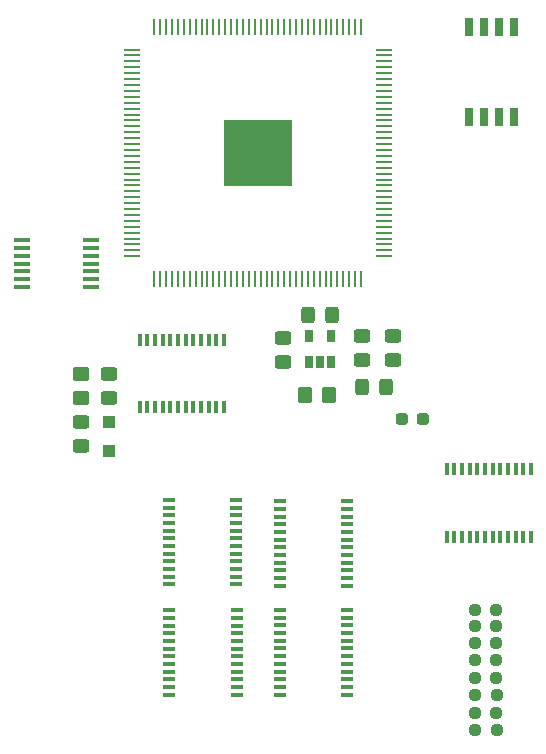
<source format=gtp>
G04 #@! TF.GenerationSoftware,KiCad,Pcbnew,7.0.1*
G04 #@! TF.CreationDate,2023-06-11T21:02:18+01:00*
G04 #@! TF.ProjectId,ElectronULA,456c6563-7472-46f6-9e55-4c412e6b6963,rev?*
G04 #@! TF.SameCoordinates,Original*
G04 #@! TF.FileFunction,Paste,Top*
G04 #@! TF.FilePolarity,Positive*
%FSLAX46Y46*%
G04 Gerber Fmt 4.6, Leading zero omitted, Abs format (unit mm)*
G04 Created by KiCad (PCBNEW 7.0.1) date 2023-06-11 21:02:18*
%MOMM*%
%LPD*%
G01*
G04 APERTURE LIST*
G04 Aperture macros list*
%AMRoundRect*
0 Rectangle with rounded corners*
0 $1 Rounding radius*
0 $2 $3 $4 $5 $6 $7 $8 $9 X,Y pos of 4 corners*
0 Add a 4 corners polygon primitive as box body*
4,1,4,$2,$3,$4,$5,$6,$7,$8,$9,$2,$3,0*
0 Add four circle primitives for the rounded corners*
1,1,$1+$1,$2,$3*
1,1,$1+$1,$4,$5*
1,1,$1+$1,$6,$7*
1,1,$1+$1,$8,$9*
0 Add four rect primitives between the rounded corners*
20,1,$1+$1,$2,$3,$4,$5,0*
20,1,$1+$1,$4,$5,$6,$7,0*
20,1,$1+$1,$6,$7,$8,$9,0*
20,1,$1+$1,$8,$9,$2,$3,0*%
G04 Aperture macros list end*
%ADD10C,0.010000*%
%ADD11R,1.100000X0.400000*%
%ADD12R,0.400000X1.100000*%
%ADD13R,0.650000X1.060000*%
%ADD14RoundRect,0.249999X0.325001X0.450001X-0.325001X0.450001X-0.325001X-0.450001X0.325001X-0.450001X0*%
%ADD15RoundRect,0.249999X0.450001X-0.325001X0.450001X0.325001X-0.450001X0.325001X-0.450001X-0.325001X0*%
%ADD16RoundRect,0.249999X-0.450001X0.325001X-0.450001X-0.325001X0.450001X-0.325001X0.450001X0.325001X0*%
%ADD17R,1.000000X1.000000*%
%ADD18R,1.470000X0.280000*%
%ADD19R,0.280000X1.470000*%
%ADD20RoundRect,0.249999X-0.325001X-0.450001X0.325001X-0.450001X0.325001X0.450001X-0.325001X0.450001X0*%
%ADD21RoundRect,0.237500X0.287500X0.237500X-0.287500X0.237500X-0.287500X-0.237500X0.287500X-0.237500X0*%
%ADD22R,0.760000X1.600000*%
%ADD23R,1.450000X0.450000*%
%ADD24RoundRect,0.237500X-0.250000X-0.237500X0.250000X-0.237500X0.250000X0.237500X-0.250000X0.237500X0*%
%ADD25RoundRect,0.250000X-0.350000X-0.450000X0.350000X-0.450000X0.350000X0.450000X-0.350000X0.450000X0*%
%ADD26RoundRect,0.250000X-0.450000X0.350000X-0.450000X-0.350000X0.450000X-0.350000X0.450000X0.350000X0*%
G04 APERTURE END LIST*
D10*
X156957200Y-73373670D02*
X151314470Y-73373670D01*
X151314470Y-67871000D01*
X156957200Y-67871000D01*
X156957200Y-73373670D01*
G36*
X156957200Y-73373670D02*
G01*
X151314470Y-73373670D01*
X151314470Y-67871000D01*
X156957200Y-67871000D01*
X156957200Y-73373670D01*
G37*
D11*
X152367100Y-116503400D03*
X152367100Y-115853400D03*
X152367100Y-115203400D03*
X152367100Y-114553400D03*
X152367100Y-113903400D03*
X152367100Y-113253400D03*
X152367100Y-112603400D03*
X152367100Y-111953400D03*
X152367100Y-111303400D03*
X152367100Y-110653400D03*
X152367100Y-110003400D03*
X152367100Y-109353400D03*
X146667100Y-109353400D03*
X146667100Y-110003400D03*
X146667100Y-110653400D03*
X146667100Y-111303400D03*
X146667100Y-111953400D03*
X146667100Y-112603400D03*
X146667100Y-113253400D03*
X146667100Y-113903400D03*
X146667100Y-114553400D03*
X146667100Y-115203400D03*
X146667100Y-115853400D03*
X146667100Y-116503400D03*
X156027000Y-109328000D03*
X156027000Y-109978000D03*
X156027000Y-110628000D03*
X156027000Y-111278000D03*
X156027000Y-111928000D03*
X156027000Y-112578000D03*
X156027000Y-113228000D03*
X156027000Y-113878000D03*
X156027000Y-114528000D03*
X156027000Y-115178000D03*
X156027000Y-115828000D03*
X156027000Y-116478000D03*
X161727000Y-116478000D03*
X161727000Y-115828000D03*
X161727000Y-115178000D03*
X161727000Y-114528000D03*
X161727000Y-113878000D03*
X161727000Y-113228000D03*
X161727000Y-112578000D03*
X161727000Y-111928000D03*
X161727000Y-111278000D03*
X161727000Y-110628000D03*
X161727000Y-109978000D03*
X161727000Y-109328000D03*
X152341700Y-107156200D03*
X152341700Y-106506200D03*
X152341700Y-105856200D03*
X152341700Y-105206200D03*
X152341700Y-104556200D03*
X152341700Y-103906200D03*
X152341700Y-103256200D03*
X152341700Y-102606200D03*
X152341700Y-101956200D03*
X152341700Y-101306200D03*
X152341700Y-100656200D03*
X152341700Y-100006200D03*
X146641700Y-100006200D03*
X146641700Y-100656200D03*
X146641700Y-101306200D03*
X146641700Y-101956200D03*
X146641700Y-102606200D03*
X146641700Y-103256200D03*
X146641700Y-103906200D03*
X146641700Y-104556200D03*
X146641700Y-105206200D03*
X146641700Y-105856200D03*
X146641700Y-106506200D03*
X146641700Y-107156200D03*
X156027000Y-100107800D03*
X156027000Y-100757800D03*
X156027000Y-101407800D03*
X156027000Y-102057800D03*
X156027000Y-102707800D03*
X156027000Y-103357800D03*
X156027000Y-104007800D03*
X156027000Y-104657800D03*
X156027000Y-105307800D03*
X156027000Y-105957800D03*
X156027000Y-106607800D03*
X156027000Y-107257800D03*
X161727000Y-107257800D03*
X161727000Y-106607800D03*
X161727000Y-105957800D03*
X161727000Y-105307800D03*
X161727000Y-104657800D03*
X161727000Y-104007800D03*
X161727000Y-103357800D03*
X161727000Y-102707800D03*
X161727000Y-102057800D03*
X161727000Y-101407800D03*
X161727000Y-100757800D03*
X161727000Y-100107800D03*
D12*
X144148860Y-92141160D03*
X144798860Y-92141160D03*
X145448860Y-92141160D03*
X146098860Y-92141160D03*
X146748860Y-92141160D03*
X147398860Y-92141160D03*
X148048860Y-92141160D03*
X148698860Y-92141160D03*
X149348860Y-92141160D03*
X149998860Y-92141160D03*
X150648860Y-92141160D03*
X151298860Y-92141160D03*
X151298860Y-86441160D03*
X150648860Y-86441160D03*
X149998860Y-86441160D03*
X149348860Y-86441160D03*
X148698860Y-86441160D03*
X148048860Y-86441160D03*
X147398860Y-86441160D03*
X146748860Y-86441160D03*
X146098860Y-86441160D03*
X145448860Y-86441160D03*
X144798860Y-86441160D03*
X144148860Y-86441160D03*
D13*
X158477200Y-88291000D03*
X159427200Y-88291000D03*
X160377200Y-88291000D03*
X160377200Y-86091000D03*
X158477200Y-86091000D03*
D14*
X165007200Y-90401000D03*
X162957200Y-90401000D03*
D15*
X165557200Y-88176000D03*
X165557200Y-86126000D03*
D16*
X141576920Y-89351720D03*
X141576920Y-91401720D03*
D15*
X156297200Y-88321000D03*
X156297200Y-86271000D03*
D17*
X141576920Y-95891720D03*
X141576920Y-93391720D03*
D16*
X139187200Y-93426000D03*
X139187200Y-95476000D03*
X162957200Y-86131000D03*
X162957200Y-88181000D03*
D18*
X143467200Y-61871000D03*
X143467200Y-62371000D03*
X143467200Y-62871000D03*
X143467200Y-63371000D03*
X143467200Y-63871000D03*
X143467200Y-64371000D03*
X143467200Y-64871000D03*
X143467200Y-65371000D03*
X143467200Y-65871000D03*
X143467200Y-66371000D03*
X143467200Y-66871000D03*
X143467200Y-67371000D03*
X143467200Y-67871000D03*
X143467200Y-68371000D03*
X143467200Y-68871000D03*
X143467200Y-69371000D03*
X143467200Y-69871000D03*
X143467200Y-70371000D03*
X143467200Y-70871000D03*
X143467200Y-71371000D03*
X143467200Y-71871000D03*
X143467200Y-72371000D03*
X143467200Y-72871000D03*
X143467200Y-73371000D03*
X143467200Y-73871000D03*
X143467200Y-74371000D03*
X143467200Y-74871000D03*
X143467200Y-75371000D03*
X143467200Y-75871000D03*
X143467200Y-76371000D03*
X143467200Y-76871000D03*
X143467200Y-77371000D03*
X143467200Y-77871000D03*
X143467200Y-78371000D03*
X143467200Y-78871000D03*
X143467200Y-79371000D03*
D19*
X145387200Y-81291000D03*
X145887200Y-81291000D03*
X146387200Y-81291000D03*
X146887200Y-81291000D03*
X147387200Y-81291000D03*
X147887200Y-81291000D03*
X148387200Y-81291000D03*
X148887200Y-81291000D03*
X149387200Y-81291000D03*
X149887200Y-81291000D03*
X150387200Y-81291000D03*
X150887200Y-81291000D03*
X151387200Y-81291000D03*
X151887200Y-81291000D03*
X152387200Y-81291000D03*
X152887200Y-81291000D03*
X153387200Y-81291000D03*
X153887200Y-81291000D03*
X154387200Y-81291000D03*
X154887200Y-81291000D03*
X155387200Y-81291000D03*
X155887200Y-81291000D03*
X156387200Y-81291000D03*
X156887200Y-81291000D03*
X157387200Y-81291000D03*
X157887200Y-81291000D03*
X158387200Y-81291000D03*
X158887200Y-81291000D03*
X159387200Y-81291000D03*
X159887200Y-81291000D03*
X160387200Y-81291000D03*
X160887200Y-81291000D03*
X161387200Y-81291000D03*
X161887200Y-81291000D03*
X162387200Y-81291000D03*
X162887200Y-81291000D03*
D18*
X164807200Y-79371000D03*
X164807200Y-78871000D03*
X164807200Y-78371000D03*
X164807200Y-77871000D03*
X164807200Y-77371000D03*
X164807200Y-76871000D03*
X164807200Y-76371000D03*
X164807200Y-75871000D03*
X164807200Y-75371000D03*
X164807200Y-74871000D03*
X164807200Y-74371000D03*
X164807200Y-73871000D03*
X164807200Y-73371000D03*
X164807200Y-72871000D03*
X164807200Y-72371000D03*
X164807200Y-71871000D03*
X164807200Y-71371000D03*
X164807200Y-70871000D03*
X164807200Y-70371000D03*
X164807200Y-69871000D03*
X164807200Y-69371000D03*
X164807200Y-68871000D03*
X164807200Y-68371000D03*
X164807200Y-67871000D03*
X164807200Y-67371000D03*
X164807200Y-66871000D03*
X164807200Y-66371000D03*
X164807200Y-65871000D03*
X164807200Y-65371000D03*
X164807200Y-64871000D03*
X164807200Y-64371000D03*
X164807200Y-63871000D03*
X164807200Y-63371000D03*
X164807200Y-62871000D03*
X164807200Y-62371000D03*
X164807200Y-61871000D03*
D19*
X162887200Y-59951000D03*
X162387200Y-59951000D03*
X161887200Y-59951000D03*
X161387200Y-59951000D03*
X160887200Y-59951000D03*
X160387200Y-59951000D03*
X159887200Y-59951000D03*
X159387200Y-59951000D03*
X158887200Y-59951000D03*
X158387200Y-59951000D03*
X157887200Y-59951000D03*
X157387200Y-59951000D03*
X156887200Y-59951000D03*
X156387200Y-59951000D03*
X155887200Y-59951000D03*
X155387200Y-59951000D03*
X154887200Y-59951000D03*
X154387200Y-59951000D03*
X153887200Y-59951000D03*
X153387200Y-59951000D03*
X152887200Y-59951000D03*
X152387200Y-59951000D03*
X151887200Y-59951000D03*
X151387200Y-59951000D03*
X150887200Y-59951000D03*
X150387200Y-59951000D03*
X149887200Y-59951000D03*
X149387200Y-59951000D03*
X148887200Y-59951000D03*
X148387200Y-59951000D03*
X147887200Y-59951000D03*
X147387200Y-59951000D03*
X146887200Y-59951000D03*
X146387200Y-59951000D03*
X145887200Y-59951000D03*
X145387200Y-59951000D03*
D20*
X158385400Y-84378800D03*
X160435400Y-84378800D03*
D12*
X170130200Y-103111000D03*
X170780200Y-103111000D03*
X171430200Y-103111000D03*
X172080200Y-103111000D03*
X172730200Y-103111000D03*
X173380200Y-103111000D03*
X174030200Y-103111000D03*
X174680200Y-103111000D03*
X175330200Y-103111000D03*
X175980200Y-103111000D03*
X176630200Y-103111000D03*
X177280200Y-103111000D03*
X177280200Y-97411000D03*
X176630200Y-97411000D03*
X175980200Y-97411000D03*
X175330200Y-97411000D03*
X174680200Y-97411000D03*
X174030200Y-97411000D03*
X173380200Y-97411000D03*
X172730200Y-97411000D03*
X172080200Y-97411000D03*
X171430200Y-97411000D03*
X170780200Y-97411000D03*
X170130200Y-97411000D03*
D21*
X168139080Y-93154500D03*
X166389080Y-93154500D03*
D22*
X175844200Y-59954160D03*
X174574200Y-59954160D03*
X173304200Y-59954160D03*
X172034200Y-59954160D03*
X172034200Y-67574160D03*
X173304200Y-67574160D03*
X174574200Y-67574160D03*
X175844200Y-67574160D03*
D23*
X134149040Y-78034600D03*
X134149040Y-78684600D03*
X134149040Y-79334600D03*
X134149040Y-79984600D03*
X134149040Y-80634600D03*
X134149040Y-81284600D03*
X134149040Y-81934600D03*
X140049040Y-81934600D03*
X140049040Y-81284600D03*
X140049040Y-80634600D03*
X140049040Y-79984600D03*
X140049040Y-79334600D03*
X140049040Y-78684600D03*
X140049040Y-78034600D03*
D24*
X172525700Y-115045000D03*
X174350700Y-115045000D03*
X172512700Y-118046000D03*
X174337700Y-118046000D03*
X172531700Y-110716000D03*
X174356700Y-110716000D03*
X172528200Y-109293000D03*
X174353200Y-109293000D03*
D25*
X158137200Y-91131000D03*
X160137200Y-91131000D03*
D24*
X172538700Y-119515000D03*
X174363700Y-119515000D03*
D26*
X139217200Y-89341000D03*
X139217200Y-91341000D03*
D24*
X172538700Y-116549000D03*
X174363700Y-116549000D03*
X172531700Y-112141000D03*
X174356700Y-112141000D03*
X172513700Y-113584000D03*
X174338700Y-113584000D03*
M02*

</source>
